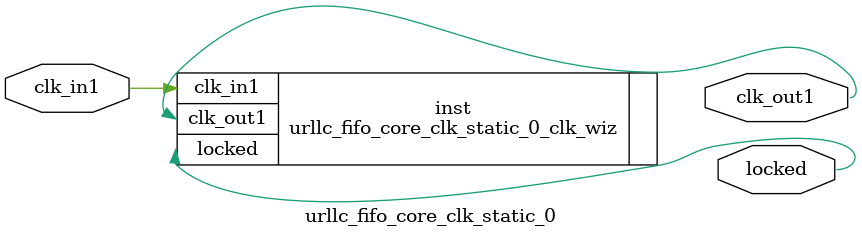
<source format=v>


`timescale 1ps/1ps

(* CORE_GENERATION_INFO = "urllc_fifo_core_clk_static_0,clk_wiz_v6_0_2_0_0,{component_name=urllc_fifo_core_clk_static_0,use_phase_alignment=true,use_min_o_jitter=false,use_max_i_jitter=false,use_dyn_phase_shift=false,use_inclk_switchover=false,use_dyn_reconfig=false,enable_axi=0,feedback_source=FDBK_AUTO,PRIMITIVE=MMCM,num_out_clk=1,clkin1_period=20.000,clkin2_period=10.0,use_power_down=false,use_reset=false,use_locked=true,use_inclk_stopped=false,feedback_type=SINGLE,CLOCK_MGR_TYPE=NA,manual_override=false}" *)

module urllc_fifo_core_clk_static_0 
 (
  // Clock out ports
  output        clk_out1,
  // Status and control signals
  output        locked,
 // Clock in ports
  input         clk_in1
 );

  urllc_fifo_core_clk_static_0_clk_wiz inst
  (
  // Clock out ports  
  .clk_out1(clk_out1),
  // Status and control signals               
  .locked(locked),
 // Clock in ports
  .clk_in1(clk_in1)
  );

endmodule

</source>
